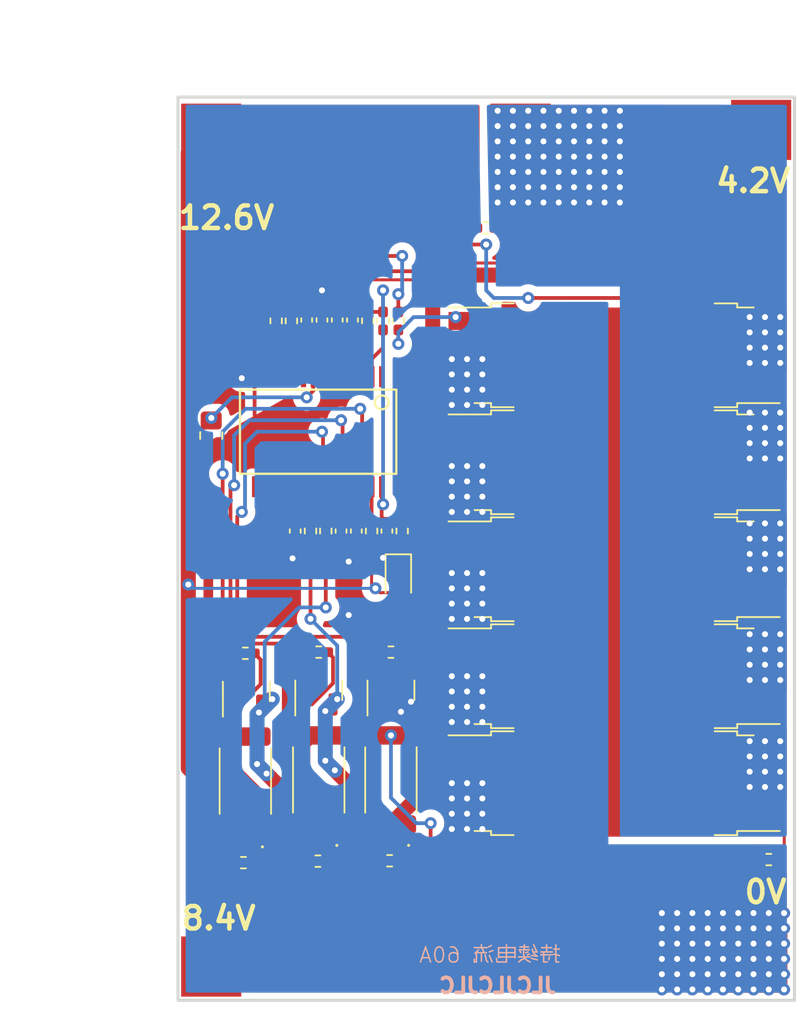
<source format=kicad_pcb>
(kicad_pcb (version 20211014) (generator pcbnew)
  (layers (0 "F.Cu" signal) (31 "B.Cu" signal) (34 "B.Paste" user) (35 "F.Paste" user) (36 "B.SilkS" user "B.Silkscreen") (37 "F.SilkS" user "F.Silkscreen") (38 "B.Mask" user) (39 "F.Mask" user) (44 "Edge.Cuts" user))
  (net 0 "")
  (net 1 "Net-(C3-Pad1)")
  (net 2 "Net-(C4-Pad1)")
  (net 3 "Net-(C5-Pad1)")
  (net 4 "Net-(Coc1-Pad2)")
  (net 5 "Net-(Coc2-Pad2)")
  (net 6 "Net-(Cov1-Pad2)")
  (net 7 "Net-(Covd1-Pad2)")
  (net 8 "Net-(Cvcc1-Pad1)")
  (net 9 "/P-")
  (net 10 "Net-(M3-Pad1)")
  (net 11 "/8.4v")
  (net 12 "Net-(M4-Pad1)")
  (net 13 "/4.2v")
  (net 14 "Net-(M5-Pad1)")
  (net 15 "/P+")
  (net 16 "Net-(R6-Pad1)")
  (net 17 "Net-(R7-Pad1)")
  (net 18 "Net-(Rb3-Pad1)")
  (net 19 "Net-(Rb4-Pad1)")
  (net 20 "Net-(Rb5-Pad1)")
  (net 21 "Net-(Rdo1-Pad1)")
  (net 22 "Net-(Rtrh1-Pad2)")
  (net 23 "Net-(D2-Pad1)")
  (net 24 "Net-(Rvm1-Pad2)")
  (net 30 "Net-(M3-Pad3)")
  (net 31 "Net-(M4-Pad3)")
  (net 32 "Net-(M5-Pad3)")
  (net 33 "/MID")
  (net 34 "/CA")
  (net 35 "/DA")
  (net 36 "/0v")
  (net 37 "Net-(Rntc1-Pad2)")
  (net 38 "Net-(D1-Pad1)")
  (net 39 "Net-(D3-Pad1)")
  (net 40 "Net-(D4-Pad1)")
  (footprint "Capacitor_SMD:C_0402_1005Metric_Pad0.74x0.62mm_HandSolder" (layer "F.Cu") (at 48.006 41.5965 -90)
    (fp_text reference "Cov1" hide)
    (fp_text value "0.1uF")
  )
  (footprint "Resistor_SMD:R_0402_1005Metric_Pad0.72x0.64mm_HandSolder" (layer "F.Cu") (at 40.75 77.675)
    (fp_text reference "R1" hide)
    (fp_text value "1k")
  )
  (footprint "" (layer "F.Cu") (at 74.93 84.328)
    (fp_text reference "")
    (fp_text value "")
  )
  (footprint "Resistor_SMD:R_0402_1005Metric_Pad0.72x0.64mm_HandSolder" (layer "F.Cu") (at 50.5615 63.6765)
    (fp_text reference "Rb3" hide)
    (fp_text value "4.7MΩ")
  )
  (footprint "" (layer "F.Cu") (at 59.182 29.21)
    (fp_text reference "")
    (fp_text value "")
  )
  (footprint "Resistor_SMD:R_2512_6332Metric" (layer "F.Cu") (at 45.7595 72.1765 -90)
    (fp_text reference "R11" hide)
    (fp_text value "47Ω")
  )
  (footprint "Package_TO_SOT_SMD:TO-252-2" (layer "F.Cu") (at 71.12 65.279 180)
    (fp_text reference "M6" hide)
    (fp_text value "MNMOS")
  )
  (footprint "Capacitor_SMD:C_0402_1005Metric_Pad0.74x0.62mm_HandSolder" (layer "F.Cu") (at 46.99 41.5965 -90)
    (fp_text reference "Covd1" hide)
    (fp_text value "0.1uF")
  )
  (footprint "LED_SMD:LED_0402_1005Metric_Pad0.77x0.64mm_HandSolder" (layer "F.Cu") (at 50.475 76.525 180)
    (fp_text reference "D4" hide)
    (fp_text value "LED")
  )
  (footprint "Resistor_SMD:R_0402_1005Metric_Pad0.72x0.64mm_HandSolder" (layer "F.Cu") (at 50.038 41.656 90)
    (fp_text reference "R6" hide)
    (fp_text value "1MΩ")
  )
  (footprint "Package_TO_SOT_SMD:TO-252-2" (layer "F.Cu") (at 59.69 43.942)
    (fp_text reference "M13" hide)
    (fp_text value "MNMOS")
  )
  (footprint "Package_TO_SOT_SMD:TO-252-2" (layer "F.Cu") (at 59.69 65.28)
    (fp_text reference "M10" hide)
    (fp_text value "MNMOS")
  )
  (footprint "Resistor_SMD:R_0805_2012Metric_Pad1.20x1.40mm_HandSolder" (layer "F.Cu") (at 38.608 49.276 90)
    (fp_text reference "Rntc1" hide)
    (fp_text value "Thermistor_NTC")
  )
  (footprint "" (layer "F.Cu") (at 75.184 28.956)
    (fp_text reference "")
    (fp_text value "")
  )
  (footprint "Package_TO_SOT_SMD:SOT-23" (layer "F.Cu") (at 50.5615 66.2165 90)
    (fp_text reference "M5" hide)
    (fp_text value "MNMOS")
  )
  (footprint "Resistor_SMD:R_0402_1005Metric_Pad0.72x0.64mm_HandSolder" (layer "F.Cu") (at 75.692 77.47 180)
    (fp_text reference "Rs1" hide)
    (fp_text value "10MΩ")
  )
  (footprint "Resistor_SMD:R_0402_1005Metric_Pad0.72x0.64mm_HandSolder" (layer "F.Cu") (at 43.942 41.656 -90)
    (fp_text reference "Rtrh1" hide)
    (fp_text value "7k")
  )
  (footprint "LED_SMD:LED_0402_1005Metric_Pad0.77x0.64mm_HandSolder" (layer "F.Cu") (at 40.75 76.625 180)
    (fp_text reference "D1" hide)
    (fp_text value "LED")
  )
  (footprint "Resistor_SMD:R_2512_6332Metric" (layer "F.Cu") (at 50.5615 72.1765 -90)
    (fp_text reference "R10" hide)
    (fp_text value "47Ω")
  )
  (footprint "Resistor_SMD:R_0402_1005Metric_Pad0.72x0.64mm_HandSolder" (layer "F.Cu") (at 49.022 41.656 90)
    (fp_text reference "R7" hide)
    (fp_text value "1MΩ")
  )
  (footprint "Capacitor_SMD:C_0402_1005Metric_Pad0.74x0.62mm_HandSolder" (layer "F.Cu") (at 50.292 55.626 -90)
    (fp_text reference "Cvcc1" hide)
    (fp_text value "10uF")
  )
  (footprint "LED_SMD:LED_0402_1005Metric_Pad0.77x0.64mm_HandSolder" (layer "F.Cu") (at 45.7 76.525 180)
    (fp_text reference "D3" hide)
    (fp_text value "LED")
  )
  (footprint "Resistor_SMD:R_0402_1005Metric_Pad0.72x0.64mm_HandSolder" (layer "F.Cu") (at 40.8785 63.754)
    (fp_text reference "Rb5" hide)
    (fp_text value "4.7MΩ")
  )
  (footprint "Resistor_SMD:R_0402_1005Metric_Pad0.72x0.64mm_HandSolder" (layer "F.Cu") (at 51.308 55.626 -90)
    (fp_text reference "Rvcc1" hide)
    (fp_text value "1k")
  )
  (footprint "Capacitor_SMD:C_0402_1005Metric_Pad0.74x0.62mm_HandSolder" (layer "F.Cu") (at 44.196 55.626 -90)
    (fp_text reference "C3" hide)
    (fp_text value "1uF")
  )
  (footprint "Package_TO_SOT_SMD:SOT-23" (layer "F.Cu") (at 45.7595 66.2165 90)
    (fp_text reference "M4" hide)
    (fp_text value "MNMOS")
  )
  (footprint "Resistor_SMD:R_2512_6332Metric" (layer "F.Cu") (at 40.8785 72.254 -90)
    (fp_text reference "R12" hide)
    (fp_text value "47Ω")
  )
  (footprint "" (layer "F.Cu") (at 52.85 29.5)
    (fp_text reference "")
    (fp_text value "")
  )
  (footprint "Capacitor_SMD:C_0402_1005Metric_Pad0.74x0.62mm_HandSolder" (layer "F.Cu") (at 45.974 41.5965 -90)
    (fp_text reference "Coc1" hide)
    (fp_text value "0.1uF")
  )
  (footprint "Package_TO_SOT_SMD:TO-252-2" (layer "F.Cu") (at 71.12 58.166 180)
    (fp_text reference "M7" hide)
    (fp_text value "MNMOS")
  )
  (footprint "Resistor_SMD:R_0402_1005Metric_Pad0.72x0.64mm_HandSolder" (layer "F.Cu") (at 45.7595 63.6765)
    (fp_text reference "Rb4" hide)
    (fp_text value "4.7MΩ")
  )
  (footprint "" (layer "F.Cu") (at 38.608 29.21)
    (fp_text reference "")
    (fp_text value "")
  )
  (footprint "Package_TO_SOT_SMD:TO-252-2" (layer "F.Cu") (at 71.12 72.39 180)
    (fp_text reference "M1" hide)
    (fp_text value "MNMOS")
  )
  (footprint "Resistor_SMD:R_0402_1005Metric_Pad0.72x0.64mm_HandSolder" (layer "F.Cu") (at 45.7 77.575)
    (fp_text reference "R2" hide)
    (fp_text value "R_Small")
  )
  (footprint "Package_TO_SOT_SMD:TO-252-2" (layer "F.Cu") (at 59.69 72.39)
    (fp_text reference "M2" hide)
    (fp_text value "MNMOS")
  )
  (footprint "Resistor_SMD:R_0402_1005Metric_Pad0.72x0.64mm_HandSolder" (layer "F.Cu") (at 45.212 55.626 -90)
    (fp_text reference "R3" hide)
    (fp_text value "1kΩ")
  )
  (footprint "Package_TO_SOT_SMD:SOT-23" (layer "F.Cu") (at 40.9445 66.294 90)
    (fp_text reference "M3" hide)
    (fp_text value "MNMOS")
  )
  (footprint "Package_TO_SOT_SMD:TO-252-2" (layer "F.Cu") (at 71.12 51.055 180)
    (fp_text reference "M8" hide)
    (fp_text value "MNMOS")
  )
  (footprint "Resistor_SMD:R_0402_1005Metric_Pad0.72x0.64mm_HandSolder" (layer "F.Cu") (at 51.054 41.656 -90)
    (fp_text reference "Rdo1" hide)
    (fp_text value "2kΩ")
  )
  (footprint "Resistor_SMD:R_0402_1005Metric_Pad0.72x0.64mm_HandSolder" (layer "F.Cu") (at 49.276 55.626 -90)
    (fp_text reference "R5" hide)
    (fp_text value "1kΩ")
  )
  (footprint "Package_TO_SOT_SMD:TO-252-2" (layer "F.Cu") (at 59.69 58.168)
    (fp_text reference "M11" hide)
    (fp_text value "MNMOS")
  )
  (footprint "Capacitor_SMD:C_0402_1005Metric_Pad0.74x0.62mm_HandSolder" (layer "F.Cu") (at 47.244 55.626 -90)
    (fp_text reference "C4" hide)
    (fp_text value "1uF")
  )
  (footprint "Capacitor_SMD:C_0402_1005Metric_Pad0.74x0.62mm_HandSolder" (layer "F.Cu") (at 44.958 41.5965 -90)
    (fp_text reference "Coc2" hide)
    (fp_text value "0.1uF")
  )
  (footprint "Resistor_SMD:R_0402_1005Metric_Pad0.72x0.64mm_HandSolder" (layer "F.Cu") (at 56.875 35.475 180)
    (fp_text reference "Rco1" hide)
    (fp_text value "10MΩ")
  )
  (footprint "lib:SSOP28" (layer "F.Cu") (at 45.72 49.022 180)
    (fp_text reference "U1" hide)
    (fp_text value "BM3451")
  )
  (footprint "Capacitor_SMD:C_0402_1005Metric_Pad0.74x0.62mm_HandSolder" (layer "F.Cu") (at 48.26 55.626 -90)
    (fp_text reference "C5" hide)
    (fp_text value "1uF")
  )
  (footprint "Resistor_SMD:R_0402_1005Metric_Pad0.72x0.64mm_HandSolder" (layer "F.Cu") (at 50.475 77.55)
    (fp_text reference "R8" hide)
    (fp_text value "R_Small")
  )
  (footprint "Resistor_SMD:R_0402_1005Metric_Pad0.72x0.64mm_HandSolder" (layer "F.Cu") (at 42.926 41.656 -90)
    (fp_text reference "Rvm1" hide)
    (fp_text value "220K")
  )
  (footprint "Package_TO_SOT_SMD:TO-252-2" (layer "F.Cu") (at 71.12 43.942 180)
    (fp_text reference "M9" hide)
    (fp_text value "MNMOS")
  )
  (footprint "Package_TO_SOT_SMD:TO-252-2" (layer "F.Cu") (at 59.69 51.054)
    (fp_text reference "M12" hide)
    (fp_text value "MNMOS")
  )
  (footprint "Diode_SMD:D_SOD-323" (layer "F.Cu") (at 51.054 58.674 -90)
    (fp_text reference "D2" hide)
    (fp_text value "D")
  )
  (footprint "" (layer "F.Cu") (at 38.608 84.582)
    (fp_text reference "")
    (fp_text value "")
  )
  (footprint "Resistor_SMD:R_0402_1005Metric_Pad0.72x0.64mm_HandSolder" (layer "F.Cu") (at 46.228 55.626 -90)
    (fp_text reference "R4" hide)
    (fp_text value "1kΩ")
  )
  (gr_line (start 77.4 86.825) (end 36.4 86.825) (layer "Edge.Cuts") (width 0.2))
  (gr_line locked (start 77.4 86.825) (end 77.4 26.775) (layer "Edge.Cuts") (width 0.2))
  (gr_line locked (start 36.4 26.775) (end 77.4 26.775) (layer "Edge.Cuts") (width 0.2))
  (gr_line locked (start 36.4 26.775) (end 36.4 86.825) (layer "Edge.Cuts") (width 0.2))
  (gr_text "JLCJLCJLC" (at 57.658 85.852) (layer "B.SilkS") (effects (font (size 1 1) (thickness 0.25)) (justify mirror)))
  (gr_text "持续电流 60A" (at 57.15 83.82) (layer "B.SilkS") (effects (font (size 1 1) (thickness 0.1)) (justify mirror)))
  (gr_text "0V" (at 75.475 79.625) (layer "F.SilkS") (effects (font (size 1.5 1.5) (thickness 0.3))))
  (gr_text "12.6V" (at 39.624 34.798) (layer "F.SilkS") (effects (font (size 1.5 1.5) (thickness 0.3))))
  (gr_text "4.2V" (at 74.65 32.35) (layer "F.SilkS") (effects (font (size 1.5 1.5) (thickness 0.3))))
  (gr_text "8.4V" (at 39.1 81.375) (layer "F.SilkS") (effects (font (size 1.5 1.5) (thickness 0.3))))
  (segment (start 44.196 55.0585) (end 45.182 55.0585) (width 0.25) (layer "F.Cu") (net 1))
  (segment (start 44.714 54.346) (end 44.196 54.864) (width 0.25) (layer "F.Cu") (net 1))
  (segment (start 44.196 54.864) (end 44.196 55.0585) (width 0.25) (layer "F.Cu") (net 1))
  (segment (start 46.695 52.678) (end 46.695 53.6265) (width 0.25) (layer "F.Cu") (net 1))
  (segment (start 45.182 55.0585) (end 45.212 55.0285) (width 0.25) (layer "F.Cu") (net 1))
  (segment (start 46.695 53.6265) (end 45.9755 54.346) (width 0.25) (layer "F.Cu") (net 1))
  (segment (start 45.9755 54.346) (end 44.714 54.346) (width 0.25) (layer "F.Cu") (net 1))
  (segment (start 47.995 52.678) (end 47.995 54.277177) (width 0.25) (layer "F.Cu") (net 2))
  (segment (start 47.244 55.028177) (end 47.244 55.0585) (width 0.25) (layer "F.Cu") (net 2))
  (segment (start 46.228 55.0285) (end 47.214 55.0285) (width 0.25) (layer "F.Cu") (net 2))
  (segment (start 47.995 54.277177) (end 47.244 55.028177) (width 0.25) (layer "F.Cu") (net 2))
  (segment (start 47.214 55.0285) (end 47.244 55.0585) (width 0.25) (layer "F.Cu") (net 2))
  (segment (start 49.276 52.697) (end 49.295 52.678) (width 0.25) (layer "F.Cu") (net 3))
  (segment (start 48.26 55.0585) (end 49.246 55.0585) (width 0.25) (layer "F.Cu") (net 3))
  (segment (start 49.246 55.0585) (end 49.276 55.0285) (width 0.25) (layer "F.Cu") (net 3))
  (segment (start 49.276 55.0285) (end 49.276 52.697) (width 0.25) (layer "F.Cu") (net 3))
  (segment (start 45.974 43.18) (end 45.974 42.164) (width 0.25) (layer "F.Cu") (net 4))
  (segment (start 46.695 43.901) (end 45.974 43.18) (width 0.25) (layer "F.Cu") (net 4))
  (segment (start 46.695 45.366) (end 46.695 43.901) (width 0.25) (layer "F.Cu") (net 4))
  (segment (start 46.045 45.366) (end 46.045 44.267) (width 0.25) (layer "F.Cu") (net 5))
  (segment (start 46.045 44.267) (end 44.958 43.18) (width 0.25) (layer "F.Cu") (net 5))
  (segment (start 44.958 43.18) (end 44.958 42.164) (width 0.25) (layer "F.Cu") (net 5))
  (segment (start 47.995 42.175) (end 48.006 42.164) (width 0.25) (layer "F.Cu") (net 6))
  (segment (start 47.995 45.366) (end 47.995 42.175) (width 0.25) (layer "F.Cu") (net 6))
  (segment (start 47.345 43.789) (end 46.99 43.434) (width 0.25) (layer "F.Cu") (net 7))
  (segment (start 47.345 45.366) (end 47.345 43.789) (width 0.25) (layer "F.Cu") (net 7))
  (segment (start 46.99 43.434) (end 46.99 42.164) (width 0.25) (layer "F.Cu") (net 7))
  (segment (start 51.308 55.0285) (end 50.322 55.0285) (width 0.25) (layer "F.Cu") (net 8))
  (segment (start 49.945 54.7115) (end 49.945 52.678) (width 0.25) (layer "F.Cu") (net 8))
  (segment (start 50.038 41.0585) (end 50.038 39.624) (width 0.25) (layer "F.Cu") (net 8))
  (segment (start 50.038 41.0585) (end 49.022 41.0585) (width 0.25) (layer "F.Cu") (net 8))
  (segment (start 50.292 55.0585) (end 49.945 54.7115) (width 0.25) (layer "F.Cu") (net 8))
  (segment (start 50.322 55.0285) (end 50.292 55.0585) (width 0.25) (layer "F.Cu") (net 8))
  (via (at 50.038 39.624) (size 0.8) (drill 0.4) (layers "F.Cu" "B.Cu") (net 8))
  (via (at 50.038 53.848) (size 0.8) (drill 0.4) (layers "F.Cu" "B.Cu") (net 8))
  (segment (start 50.038 39.624) (end 50.038 53.848) (width 0.25) (layer "B.Cu") (net 8))
  (segment (start 57.95 37.808) (end 58.674 37.084) (width 0.2) (layer "F.Cu") (net 9))
  (segment (start 76.72 71.51) (end 76.72 77.0395) (width 0.2) (layer "F.Cu") (net 9))
  (segment (start 42.926 41.0585) (end 45.0605 38.924) (width 0.2) (layer "F.Cu") (net 9))
  (segment (start 76.72 77.0395) (end 76.2895 77.47) (width 0.2) (layer "F.Cu") (net 9))
  (segment (start 53.16263 38.924) (end 54.27863 37.808) (width 0.2) (layer "F.Cu") (net 9))
  (segment (start 75.32 70.11) (end 76.72 71.51) (width 0.2) (layer "F.Cu") (net 9))
  (segment (start 54.27863 37.808) (end 57.95 37.808) (width 0.2) (layer "F.Cu") (net 9))
  (segment (start 58.674 37.084) (end 58.674 33.782) (width 0.2) (layer "F.Cu") (net 9))
  (segment (start 45.0605 38.924) (end 53.16263 38.924) (width 0.2) (layer "F.Cu") (net 9))
  (via (at 74.422 65.532) (size 0.8) (drill 0.4) (layers "F.Cu" "B.Cu") (net 9))
  (via (at 64.77 29.718) (size 0.8) (drill 0.4) (layers "F.Cu" "B.Cu") (net 9))
  (via (at 62.738 33.782) (size 0.8) (drill 0.4) (layers "F.Cu" "B.Cu") (net 9))
  (via (at 74.422 69.596) (size 0.8) (drill 0.4) (layers "F.Cu" "B.Cu") (net 9))
  (via (at 62.738 30.734) (size 0.8) (drill 0.4) (layers "F.Cu" "B.Cu") (net 9))
  (via (at 75.438 63.5) (size 0.8) (drill 0.4) (layers "F.Cu" "B.Cu") (net 9))
  (via (at 75.438 64.516) (size 0.8) (drill 0.4) (layers "F.Cu" "B.Cu") (net 9))
  (via (at 76.454 72.644) (size 0.8) (drill 0.4) (layers "F.Cu" "B.Cu") (net 9))
  (via (at 74.422 71.628) (size 0.8) (drill 0.4) (layers "F.Cu" "B.Cu") (net 9))
  (via (at 74.422 64.516) (size 0.8) (drill 0.4) (layers "F.Cu" "B.Cu") (net 9))
  (via (at 60.706 33.782) (size 0.8) (drill 0.4) (layers "F.Cu" "B.Cu") (net 9))
  (via (at 74.422 57.15) (size 0.8) (drill 0.4) (layers "F.Cu" "B.Cu") (net 9))
  (via (at 65.786 29.718) (size 0.8) (drill 0.4) (layers "F.Cu" "B.Cu") (net 9))
  (via (at 76.454 41.402) (size 0.8) (drill 0.4) (layers "F.Cu" "B.Cu") (net 9))
  (via (at 63.754 31.75) (size 0.8) (drill 0.4) (layers "F.Cu" "B.Cu") (net 9))
  (via (at 74.422 58.166) (size 0.8) (drill 0.4) (layers "F.Cu" "B.Cu") (net 9))
  (via (at 65.786 32.766) (size 0.8) (drill 0.4) (layers "F.Cu" "B.Cu") (net 9))
  (via (at 61.722 31.75) (size 0.8) (drill 0.4) (layers "F.Cu" "B.Cu") (net 9))
  (via (at 58.674 33.782) (size 0.8) (drill 0.4) (layers "F.Cu" "B.Cu") (net 9))
  (via (at 75.438 69.596) (size 0.8) (drill 0.4) (layers "F.Cu" "B.Cu") (net 9))
  (via (at 74.422 70.612) (size 0.8) (drill 0.4) (layers "F.Cu" "B.Cu") (net 9))
  (via (at 60.706 28.702) (size 0.8) (drill 0.4) (layers "F.Cu" "B.Cu") (net 9))
  (via (at 65.786 27.686) (size 0.8) (drill 0.4) (layers "F.Cu" "B.Cu") (net 9))
  (via (at 76.454 48.768) (size 0.8) (drill 0.4) (layers "F.Cu" "B.Cu") (net 9))
  (via (at 76.454 58.166) (size 0.8) (drill 0.4) (layers "F.Cu" "B.Cu") (net 9))
  (via (at 65.786 28.702) (size 0.8) (drill 0.4) (layers "F.Cu" "B.Cu") (net 9))
  (via (at 62.738 29.718) (size 0.8) (drill 0.4) (layers "F.Cu" "B.Cu") (net 9))
  (via (at 59.69 31.75) (size 0.8) (drill 0.4) (layers "F.Cu" "B.Cu") (net 9))
  (via (at 74.422 47.752) (size 0.8) (drill 0.4) (layers "F.Cu" "B.Cu") (net 9))
  (via (at 65.786 31.75) (size 0.8) (drill 0.4) (layers "F.Cu" "B.Cu") (net 9))
  (via (at 62.738 31.75) (size 0.8) (drill 0.4) (layers "F.Cu" "B.Cu") (net 9))
  (via (at 58.674 32.766) (size 0.8) (drill 0.4) (layers "F.Cu" "B.Cu") (net 9))
  (via (at 75.438 70.612) (size 0.8) (drill 0.4) (layers "F.Cu" "B.Cu") (net 9))
  (via (at 63.754 28.702) (size 0.8) (drill 0.4) (layers "F.Cu" "B.Cu") (net 9))
  (via (at 59.69 28.702) (size 0.8) (drill 0.4) (layers "F.Cu" "B.Cu") (net 9))
  (via (at 74.422 50.8) (size 0.8) (drill 0.4) (layers "F.Cu" "B.Cu") (net 9))
  (via (at 75.438 42.418) (size 0.8) (drill 0.4) (layers "F.Cu" "B.Cu") (net 9))
  (via (at 63.754 32.766) (size 0.8) (drill 0.4) (layers "F.Cu" "B.Cu") (net 9))
  (via (at 76.454 47.752) (size 0.8) (drill 0.4) (layers "F.Cu" "B.Cu") (net 9))
  (via (at 75.438 48.768) (size 0.8) (drill 0.4) (layers "F.Cu" "B.Cu") (net 9))
  (via (at 75.438 62.484) (size 0.8) (drill 0.4) (layers "F.Cu" "B.Cu") (net 9))
  (via (at 62.738 32.766) (size 0.8) (drill 0.4) (layers "F.Cu" "B.Cu") (net 9))
  (via (at 75.438 49.784) (size 0.8) (drill 0.4) (layers "F.Cu" "B.Cu") (net 9))
  (via (at 58.674 27.686) (size 0.8) (drill 0.4) (layers "F.Cu" "B.Cu") (net 9))
  (via (at 74.422 63.5) (size 0.8) (drill 0.4) (layers "F.Cu" "B.Cu") (net 9))
  (via (at 76.454 55.118) (size 0.8) (drill 0.4) (layers "F.Cu" "B.Cu") (net 9))
  (via (at 58.674 29.718) (size 0.8) (drill 0.4) (layers "F.Cu" "B.Cu") (net 9))
  (via (at 64.77 32.766) (size 0.8) (drill 0.4) (layers "F.Cu" "B.Cu") (net 9))
  (via (at 74.422 49.784) (size 0.8) (drill 0.4) (layers "F.Cu" "B.Cu") (net 9))
  (via (at 58.674 31.75) (size 0.8) (drill 0.4) (layers "F.Cu" "B.Cu") (net 9))
  (via (at 75.438 47.752) (size 0.8) (drill 0.4) (layers "F.Cu" "B.Cu") (net 9))
  (via (at 60.706 31.75) (size 0.8) (drill 0.4) (layers "F.Cu" "B.Cu") (net 9))
  (via (at 59.69 29.718) (size 0.8) (drill 0.4) (layers "F.Cu" "B.Cu") (net 9))
  (via (at 64.77 28.702) (size 0.8) (drill 0.4) (layers "F.Cu" "B.Cu") (net 9))
  (via (at 63.754 29.718) (size 0.8) (drill 0.4) (layers "F.Cu" "B.Cu") (net 9))
  (via (at 60.706 30.734) (size 0.8) (drill 0.4) (layers "F.Cu" "B.Cu") (net 9))
  (via (at 57.658 31.75) (size 0.8) (drill 0.4) (layers "F.Cu" "B.Cu") (net 9))
  (via (at 57.658 29.718) (size 0.8) (drill 0.4) (layers "F.Cu" "B.Cu") (net 9))
  (via (at 57.658 33.782) (size 0.8) (drill 0.4) (layers "F.Cu" "B.Cu") (net 9))
  (via (at 75.438 65.532) (size 0.8) (drill 0.4) (layers "F.Cu" "B.Cu") (net 9))
  (via (at 76.454 69.596) (size 0.8) (drill 0.4) (layers "F.Cu" "B.Cu") (net 9))
  (via (at 59.69 27.686) (size 0.8) (drill 0.4) (layers "F.Cu" "B.Cu") (net 9))
  (via (at 76.454 65.532) (size 0.8) (drill 0.4) (layers "F.Cu" "B.Cu") (net 9))
  (via (at 75.438 56.134) (size 0.8) (drill 0.4) (layers "F.Cu" "B.Cu") (net 9))
  (via (at 59.69 33.782) (size 0.8) (drill 0.4) (layers "F.Cu" "B.Cu") (net 9))
  (via (at 61.722 33.782) (size 0.8) (drill 0.4) (layers "F.Cu" "B.Cu") (net 9))
  (via (at 76.454 42.418) (size 0.8) (drill 0.4) (layers "F.Cu" "B.Cu") (net 9))
  (via (at 75.438 43.434) (size 0.8) (drill 0.4) (layers "F.Cu" "B.Cu") (net 9))
  (via (at 74.422 56.134) (size 0.8) (drill 0.4) (layers "F.Cu" "B.Cu") (net 9))
  (via (at 61.722 27.686) (size 0.8) (drill 0.4) (layers "F.Cu" "B.Cu") (net 9))
  (via (at 74.422 62.484) (size 0.8) (drill 0.4) (layers "F.Cu" "B.Cu") (net 9))
  (via (at 58.674 28.702) (size 0.8) (drill 0.4) (layers "F.Cu" "B.Cu") (net 9))
  (via (at 61.722 30.734) (size 0.8) (drill 0.4) (layers "F.Cu" "B.Cu") (net 9))
  (via (at 76.454 63.5) (size 0.8) (drill 0.4) (layers "F.Cu" "B.Cu") (net 9))
  (via (at 74.422 44.45) (size 0.8) (drill 0.4) (layers "F.Cu" "B.Cu") (net 9))
  (via (at 76.454 62.484) (size 0.8) (drill 0.4) (layers "F.Cu" "B.Cu") (net 9))
  (via (at 75.438 55.118) (size 0.8) (drill 0.4) (layers "F.Cu" "B.Cu") (net 9))
  (via (at 57.658 30.734) (size 0.8) (drill 0.4) (layers "F.Cu" "B.Cu") (net 9))
  (via (at 58.674 30.734) (size 0.8) (drill 0.4) (layers "F.Cu" "B.Cu") (net 9))
  (via (at 60.706 27.686) (size 0.8) (drill 0.4) (layers "F.Cu" "B.Cu") (net 9))
  (via (at 76.454 50.8) (size 0.8) (drill 0.4) (layers "F.Cu" "B.Cu") (net 9))
  (via (at 74.422 72.644) (size 0.8) (drill 0.4) (layers "F.Cu" "B.Cu") (net 9))
  (via (at 61.722 32.766) (size 0.8) (drill 0.4) (layers "F.Cu" "B.Cu") (net 9))
  (via (at 64.77 31.75) (size 0.8) (drill 0.4) (layers "F.Cu" "B.Cu") (net 9))
  (via (at 75.438 50.8) (size 0.8) (drill 0.4) (layers "F.Cu" "B.Cu") (net 9))
  (via (at 64.77 27.686) (size 0.8) (drill 0.4) (layers "F.Cu" "B.Cu") (net 9))
  (via (at 75.438 44.45) (size 0.8) (drill 0.4) (layers "F.Cu" "B.Cu") (net 9))
  (via (at 63.754 30.734) (size 0.8) (drill 0.4) (layers "F.Cu" "B.Cu") (net 9))
  (via (at 59.69 32.766) (size 0.8) (drill 0.4) (layers "F.Cu" "B.Cu") (net 9))
  (via (at 74.422 48.768) (size 0.8) (drill 0.4) (layers "F.Cu" "B.Cu") (net 9))
  (via (at 59.69 30.734) (size 0.8) (drill 0.4) (layers "F.Cu" "B.Cu") (net 9))
  (via (at 75.438 71.628) (size 0.8) (drill 0.4) (layers "F.Cu" "B.Cu") (net 9))
  (via (at 76.454 43.434) (size 0.8) (drill 0.4) (layers "F.Cu" "B.Cu") (net 9))
  (via (at 57.658 28.702) (size 0.8) (drill 0.4) (layers "F.Cu" "B.Cu") (net 9))
  (via (at 75.438 58.166) (size 0.8) (drill 0.4) (layers "F.Cu" "B.Cu") (net 9))
  (via (at 74.422 41.402) (size 0.8) (drill 0.4) (layers "F.Cu" "B.Cu") (net 9))
  (via (at 65.786 33.782) (size 0.8) (drill 0.4) (layers "F.Cu" "B.Cu") (net 9))
  (via (at 74.422 42.418) (size 0.8) (drill 0.4) (layers "F.Cu" "B.Cu") (net 9))
  (via (at 63.754 33.782) (size 0.8) (drill 0.4) (layers "F.Cu" "B.Cu") (net 9))
  (via (at 76.454 64.516) (size 0.8) (drill 0.4) (layers "F.Cu" "B.Cu") (net 9))
  (via (at 61.722 28.702) (size 0.8) (drill 0.4) (layers "F.Cu" "B.Cu") (net 9))
  (via (at 74.422 55.118) (size 0.8) (drill 0.4) (layers "F.Cu" "B.Cu") (net 9))
  (via (at 76.454 44.45) (size 0.8) (drill 0.4) (layers "F.Cu" "B.Cu") (net 9))
  (via (at 64.77 30.734) (size 0.8) (drill 0.4) (layers "F.Cu" "B.Cu") (net 9))
  (via (at 65.786 30.734) (size 0.8) (drill 0.4) (layers "F.Cu" "B.Cu") (net 9))
  (via (at 62.738 27.686) (size 0.8) (drill 0.4) (layers "F.Cu" "B.Cu") (net 9))
  (via (at 60.706 29.718) (size 0.8) (drill 0.4) (layers "F.Cu" "B.Cu") (net 9))
  (via (at 75.438 57.15) (size 0.8) (drill 0.4) (layers "F.Cu" "B.Cu") (net 9))
  (via (at 64.77 33.782) (size 0.8) (drill 0.4) (layers "F.Cu" "B.Cu") (net 9))
  (via (at 57.658 32.766) (size 0.8) (drill 0.4) (layers "F.Cu" "B.Cu") (net 9))
  (via (at 61.722 29.718) (size 0.8) (drill 0.4) (layers "F.Cu" "B.Cu") (net 9))
  (via (at 74.422 43.434) (size 0.8) (drill 0.4) (layers "F.Cu" "B.Cu") (net 9))
  (via (at 76.454 70.612) (size 0.8) (drill 0.4) (layers "F.Cu" "B.Cu") (net 9))
  (via (at 76.454 71.628) (size 0.8) (drill 0.4) (layers "F.Cu" "B.Cu") (net 9))
  (via (at 62.738 28.702) (size 0.8) (drill 0.4) (layers "F.Cu" "B.Cu") (net 9))
  (via (at 63.754 27.686) (size 0.8) (drill 0.4) (layers "F.Cu" "B.Cu") (net 9))
  (via (at 57.658 27.686) (size 0.8) (drill 0.4) (layers "F.Cu" "B.Cu") (net 9))
  (via (at 76.454 56.134) (size 0.8) (drill 0.4) (layers "F.Cu" "B.Cu") (net 9))
  (via (at 76.454 57.15) (size 0.8) (drill 0.4) (layers "F.Cu" "B.Cu") (net 9))
  (via (at 76.454 49.784) (size 0.8) (drill 0.4) (layers "F.Cu" "B.Cu") (net 9))
  (via (at 75.438 72.644) (size 0.8) (drill 0.4) (layers "F.Cu" "B.Cu") (net 9))
  (via (at 60.706 32.766) (size 0.8) (drill 0.4) (layers "F.Cu" "B.Cu") (net 9))
  (via (at 75.438 41.402) (size 0.8) (drill 0.4) (layers "F.Cu" "B.Cu") (net 9))
  (segment (start 41.476 63.754) (end 41.8945 64.1725) (width 0.25) (layer "F.Cu") (net 10))
  (segment (start 41.8945 65.815751) (end 40.478751 67.2315) (width 0.25) (layer "F.Cu") (net 10))
  (segment (start 41.8945 64.1725) (end 41.8945 65.815751) (width 0.25) (layer "F.Cu") (net 10))
  (segment (start 40.478751 67.2315) (end 39.9945 67.2315) (width 0.25) (layer "F.Cu") (net 10))
  (segment (start 44.66175 76.23675) (end 44.58825 76.23675) (width 1) (layer "F.Cu") (net 11))
  (segment (start 38.608 82.733726) (end 38.608 84.582) (width 1) (layer "F.Cu") (net 11))
  (segment (start 45.1025 76.525) (end 44.95 76.525) (width 0.25) (layer "F.Cu") (net 11))
  (segment (start 41.783 67.691) (end 42.6095 66.8645) (width 1) (layer "F.Cu") (net 11))
  (segment (start 43.95 76.875) (end 43.95 77.391726) (width 1) (layer "F.Cu") (net 11))
  (segment (start 46.228 58.928) (end 46.228 60.706) (width 0.25) (layer "F.Cu") (net 11))
  (segment (start 45.7595 75.139) (end 45.675 75.139) (width 1) (layer "F.Cu") (net 11))
  (segment (start 43.95 77.391726) (end 38.608 82.733726) (width 1) (layer "F.Cu") (net 11))
  (segment (start 42.926 72.39) (end 42.291 71.755) (width 1) (layer "F.Cu") (net 11))
  (segment (start 42.6095 66.8645) (end 42.6095 66.802) (width 1) (layer "F.Cu") (net 11))
  (segment (start 44.66175 76.23675) (end 45.7595 75.139) (width 1) (layer "F.Cu") (net 11))
  (segment (start 44.95 76.525) (end 44.66175 76.23675) (width 0.25) (layer "F.Cu") (net 11))
  (segment (start 45.675 75.139) (end 42.926 72.39) (width 1) (layer "F.Cu") (net 11))
  (segment (start 44.58825 76.23675) (end 43.95 76.875) (width 1) (layer "F.Cu") (net 11))
  (segment (start 46.228 56.2235) (end 46.228 58.928) (width 0.25) (layer "F.Cu") (net 11))
  (via (at 42.291 71.755) (size 0.8) (drill 0.4) (layers "F.Cu" "B.Cu") (net 11))
  (via (at 42.672 66.802) (size 0.8) (drill 0.4) (layers "F.Cu" "B.Cu") (net 11))
  (via (at 41.783 67.691) (size 0.8) (drill 0.4) (layers "F.Cu" "B.Cu") (net 11))
  (via (at 41.656 71.12) (size 0.8) (drill 0.4) (layers "F.Cu" "B.Cu") (net 11))
  (via (at 46.228 60.706) (size 0.8) (drill 0.4) (layers "F.Cu" "B.Cu") (net 11))
  (segment (start 41.783 67.691) (end 42.672 66.802) (width 1) (layer "B.Cu") (net 11))
  (segment (start 41.656 67.818) (end 41.783 67.691) (width 1) (layer "B.Cu") (net 11))
  (segment (start 42.164 62.992) (end 42.164 67.31) (width 0.25) (layer "B.Cu") (net 11))
  (segment (start 46.228 60.706) (end 44.45 60.706) (width 0.25) (layer "B.Cu") (net 11))
  (segment (start 41.656 71.12) (end 41.656 67.818) (width 1) (layer "B.Cu") (net 11))
  (segment (start 41.656 71.12) (end 42.291 71.755) (width 1) (layer "B.Cu") (net 11))
  (segment (start 44.45 60.706) (end 42.164 62.992) (width 0.25) (layer "B.Cu") (net 11))
  (segment (start 46.7095 64.029) (end 46.357 63.6765) (width 0.25) (layer "F.Cu") (net 12))
  (segment (start 44.8095 67.154) (end 45.300249 67.154) (width 0.25) (layer "F.Cu") (net 12))
  (segment (start 46.7095 65.744749) (end 46.7095 64.029) (width 0.25) (layer "F.Cu") (net 12))
  (segment (start 45.300249 67.154) (end 46.7095 65.744749) (width 0.25) (layer "F.Cu") (net 12))
  (segment (start 47.46575 72.16825) (end 46.83075 71.53325) (width 1) (layer "F.Cu") (net 13))
  (segment (start 70.612 38.608) (end 75.184 34.036) (width 1) (layer "F.Cu") (net 13))
  (segment (start 54.864 38.608) (end 70.612 38.608) (width 1) (layer "F.Cu") (net 13))
  (segment (start 50.5615 75.841) (end 49.8775 76.525) (width 0.25) (layer "F.Cu") (net 13))
  (segment (start 50.5615 75.139) (end 50.5615 75.841) (width 0.25) (layer "F.Cu") (net 13))
  (segment (start 53.34 72.328) (end 53.34 41.148) (width 1) (layer "F.Cu") (net 13))
  (segment (start 53.34 41.148) (end 53.34 40.132) (width 1) (layer "F.Cu") (net 13))
  (segment (start 75.184 34.036) (end 75.184 28.956) (width 1) (layer "F.Cu") (net 13))
  (segment (start 50.21475 74.91725) (end 47.46575 72.16825) (width 1) (layer "F.Cu") (net 13))
  (segment (start 45.212 59.69) (end 45.212 61.468) (width 0.25) (layer "F.Cu") (net 13))
  (segment (start 50.5615 75.1065) (end 53.34 72.328) (width 1) (layer "F.Cu") (net 13))
  (segment (start 53.34 40.132) (end 54.864 38.608) (width 1) (layer "F.Cu") (net 13))
  (segment (start 50.5615 75.139) (end 50.5615 75.1065) (width 1) (layer "F.Cu") (net 13))
  (segment (start 45.212 56.2235) (end 45.212 59.69) (width 0.25) (layer "F.Cu") (net 13))
  (segment (start 46.32275 67.46925) (end 46.99 66.802) (width 1) (layer "F.Cu") (net 13))
  (via (at 45.212 61.468) (size 0.8) (drill 0.4) (layers "F.Cu" "B.Cu") (net 13))
  (via (at 46.83075 71.53325) (size 0.8) (drill 0.4) (layers "F.Cu" "B.Cu") (net 13))
  (via (at 46.19575 70.89825) (size 0.8) (drill 0.4) (layers "F.Cu" "B.Cu") (net 13))
  (via (at 46.99 66.802) (size 0.8) (drill 0.4) (layers "F.Cu" "B.Cu") (net 13))
  (via (at 46.19575 67.59625) (size 0.8) (drill 0.4) (layers "F.Cu" "B.Cu") (net 13))
  (segment (start 46.19575 70.89825) (end 46.83075 71.53325) (width 1) (layer "B.Cu") (net 13))
  (segment (start 45.212 61.468) (end 46.99 63.246) (width 0.25) (layer "B.Cu") (net 13))
  (segment (start 46.19575 70.89825) (end 46.19575 67.59625) (width 1) (layer "B.Cu") (net 13))
  (segment (start 46.99 63.246) (end 46.99 66.802) (width 0.25) (layer "B.Cu") (net 13))
  (segment (start 46.19575 67.59625) (end 46.99 66.802) (width 1) (layer "B.Cu") (net 13))
  (segment (start 51.562 65.694249) (end 51.562 64.008) (width 0.25) (layer "F.Cu") (net 14))
  (segment (start 49.6115 67.154) (end 50.102249 67.154) (width 0.25) (layer "F.Cu") (net 14))
  (segment (start 51.159 63.6765) (end 51.2305 63.6765) (width 0.25) (layer "F.Cu") (net 14))
  (segment (start 51.2305 63.6765) (end 51.562 64.008) (width 0.25) (layer "F.Cu") (net 14))
  (segment (start 50.102249 67.154) (end 51.562 65.694249) (width 0.25) (layer "F.Cu") (net 14))
  (segment (start 49.53 59.436) (end 49.818 59.724) (width 0.2) (layer "F.Cu") (net 15))
  (segment (start 49.276 56.2235) (end 49.276 59.182) (width 0.2) (layer "F.Cu") (net 15))
  (segment (start 40.1525 76.625) (end 40.1525 75.9425) (width 0.2) (layer "F.Cu") (net 15))
  (segment (start 49.818 59.724) (end 51.054 59.724) (width 0.2) (layer "F.Cu") (net 15))
  (segment (start 37.084 59.182) (end 37.084 71.3895) (width 1) (layer "F.Cu") (net 15))
  (segment (start 49.276 59.182) (end 49.53 59.436) (width 0.2) (layer "F.Cu") (net 15))
  (segment (start 37.084 71.3895) (end 40.8785 75.184) (width 1) (layer "F.Cu") (net 15))
  (segment (start 37.084 30.48) (end 37.084 59.182) (width 1) (layer "F.Cu") (net 15))
  (segment (start 38.608 28.956) (end 37.084 30.48) (width 1) (layer "F.Cu") (net 15))
  (segment (start 40.1525 75.9425) (end 40.8785 75.2165) (width 0.2) (layer "F.Cu") (net 15))
  (via (at 37.084 59.182) (size 0.8) (drill 0.4) (layers "F.Cu" "B.Cu") (net 15))
  (via (at 49.53 59.436) (size 0.8) (drill 0.4) (layers "F.Cu" "B.Cu") (net 15))
  (segment (start 49.53 59.436) (end 37.338 59.436) (width 0.2) (layer "B.Cu") (net 15))
  (segment (start 37.338 59.436) (end 37.084 59.182) (width 0.2) (layer "B.Cu") (net 15))
  (segment (start 49.295 44.177) (end 50.038 43.434) (width 0.25) (layer "F.Cu") (net 16))
  (segment (start 50.038 43.434) (end 50.038 42.2535) (width 0.25) (layer "F.Cu") (net 16))
  (segment (start 49.295 45.366) (end 49.295 44.177) (width 0.25) (layer "F.Cu") (net 16))
  (segment (start 48.645 45.366) (end 48.645 43.557) (width 0.25) (layer "F.Cu") (net 17))
  (segment (start 49.022 43.18) (end 49.022 42.2535) (width 0.25) (layer "F.Cu") (net 17))
  (segment (start 48.645 43.557) (end 49.022 43.18) (width 0.25) (layer "F.Cu") (net 17))
  (segment (start 46.045 52.678) (end 46.045 49.093) (width 0.25) (layer "F.Cu") (net 18))
  (segment (start 40.561 62.659) (end 40.339698 62.437698) (width 0.25) (layer "F.Cu") (net 18))
  (segment (start 40.339698 62.437698) (end 40.339698 61.976) (width 0.25) (layer "F.Cu") (net 18))
  (segment (start 40.894 62.659) (end 40.561 62.659) (width 0.25) (layer "F.Cu") (net 18))
  (segment (start 46.045 49.093) (end 45.974 49.022) (width 0.25) (layer "F.Cu") (net 18))
  (segment (start 40.339698 54.656302) (end 40.64 54.356) (width 0.25) (layer "F.Cu") (net 18))
  (segment (start 48.9465 62.659) (end 40.894 62.659) (width 0.25) (layer "F.Cu") (net 18))
  (segment (start 40.339698 61.976) (end 40.339698 54.656302) (width 0.25) (layer "F.Cu") (net 18))
  (segment (start 49.964 63.6765) (end 48.9465 62.659) (width 0.25) (layer "F.Cu") (net 18))
  (via (at 45.974 49.022) (size 0.8) (drill 0.4) (layers "F.Cu" "B.Cu") (net 18))
  (via (at 40.64 54.356) (size 0.8) (drill 0.4) (layers "F.Cu" "B.Cu") (net 18))
  (segment (start 40.857 54.139) (end 40.64 54.356) (width 0.25) (layer "B.Cu") (net 18))
  (segment (start 40.857 49.821) (end 40.857 54.139) (width 0.25) (layer "B.Cu") (net 18))
  (segment (start 45.974 49.022) (end 41.656 49.022) (width 0.25) (layer "B.Cu") (net 18))
  (segment (start 41.656 49.022) (end 40.857 49.821) (width 0.25) (layer "B.Cu") (net 18))
  (segment (start 44.5945 63.109) (end 40.272396 63.109) (width 0.25) (layer "F.Cu") (net 19))
  (segment (start 40.272396 63.109) (end 39.889698 62.726302) (width 0.25) (layer "F.Cu") (net 19))
  (segment (start 39.889698 62.726302) (end 39.889698 52.820302) (width 0.25) (layer "F.Cu") (net 19))
  (segment (start 45.162 63.6765) (end 44.5945 63.109) (width 0.25) (layer "F.Cu") (net 19))
  (segment (start 39.889698 52.820302) (end 40.132 52.578) (width 0.25) (layer "F.Cu") (net 19))
  (segment (start 47.345 52.678) (end 47.345 48.361) (width 0.25) (layer "F.Cu") (net 19))
  (segment (start 47.345 48.361) (end 47.244 48.26) (width 0.25) (layer "F.Cu") (net 19))
  (via (at 47.244 48.26) (size 0.8) (drill 0.4) (layers "F.Cu" "B.Cu") (net 19))
  (via (at 40.132 52.578) (size 0.8) (drill 0.4) (layers "F.Cu" "B.Cu") (net 19))
  (segment (start 40.132 52.578) (end 40.132 49.276) (width 0.25) (layer "B.Cu") (net 19))
  (segment (start 41.148 48.26) (end 47.244 48.26) (width 0.25) (layer "B.Cu") (net 19))
  (segment (start 40.132 49.276) (end 41.148 48.26) (width 0.25) (layer "B.Cu") (net 19))
  (segment (start 48.645 47.629) (end 48.514 47.498) (width 0.25) (layer "F.Cu") (net 20))
  (segment (start 39.37 62.843) (end 39.37 51.816) (width 0.25) (layer "F.Cu") (net 20))
  (segment (start 40.281 63.754) (end 39.37 62.843) (width 0.25) (layer "F.Cu") (net 20))
  (segment (start 48.645 52.678) (end 48.645 47.629) (width 0.25) (layer "F.Cu") (net 20))
  (via (at 39.37 51.816) (size 0.8) (drill 0.4) (layers "F.Cu" "B.Cu") (net 20))
  (via (at 48.514 47.498) (size 0.8) (drill 0.4) (layers "F.Cu" "B.Cu") (net 20))
  (segment (start 39.37 51.816) (end 39.37 49.022) (width 0.25) (layer "B.Cu") (net 20))
  (segment (start 39.37 49.022) (end 40.894 47.498) (width 0.25) (layer "B.Cu") (net 20))
  (segment (start 40.894 47.498) (end 48.514 47.498) (width 0.25) (layer "B.Cu") (net 20))
  (segment (start 44.704 37.338) (end 40.894 41.148) (width 0.25) (layer "F.Cu") (net 21))
  (segment (start 42.3195 43.942) (end 41.402 43.942) (width 0.25) (layer "F.Cu") (net 21))
  (segment (start 42.795 45.366) (end 42.795 44.4175) (width 0.25) (layer "F.Cu") (net 21))
  (segment (start 51.308 37.338) (end 44.704 37.338) (width 0.25) (layer "F.Cu") (net 21))
  (segment (start 40.894 41.148) (end 40.894 42.164) (width 0.25) (layer "F.Cu") (net 21))
  (segment (start 40.894 42.418) (end 40.894 42.164) (width 0.25) (layer "F.Cu") (net 21))
  (segment (start 40.894 42.418) (end 40.894 42.2535) (width 0.25) (layer "F.Cu") (net 21))
  (segment (start 42.795 44.4175) (end 42.3195 43.942) (width 0.25) (layer "F.Cu") (net 21))
  (segment (start 51.054 41.0585) (end 51.054 39.878) (width 0.25) (layer "F.Cu") (net 21))
  (segment (start 40.894 43.434) (end 40.894 42.418) (width 0.25) (layer "F.Cu") (net 21))
  (segment (start 41.402 43.942) (end 40.894 43.434) (width 0.25) (layer "F.Cu") (net 21))
  (via (at 51.054 39.878) (size 0.8) (drill 0.4) (layers "F.Cu" "B.Cu") (net 21))
  (via (at 51.308 37.338) (size 0.8) (drill 0.4) (layers "F.Cu" "B.Cu") (net 21))
  (segment (start 51.308 37.846) (end 51.308 37.338) (width 0.25) (layer "B.Cu") (net 21))
  (segment (start 51.308 39.624) (end 51.054 39.878) (width 0.25) (layer "B.Cu") (net 21))
  (segment (start 51.308 37.846) (end 51.308 39.624) (width 0.25) (layer "B.Cu") (net 21))
  (segment (start 44.745 43.983) (end 43.942 43.18) (width 0.25) (layer "F.Cu") (net 22))
  (segment (start 43.942 43.18) (end 43.942 42.2535) (width 0.25) (layer "F.Cu") (net 22))
  (segment (start 44.745 45.366) (end 44.745 43.983) (width 0.25) (layer "F.Cu") (net 22))
  (segment (start 51.054 57.624) (end 51.054 56.4775) (width 0.25) (layer "F.Cu") (net 23))
  (segment (start 51.054 56.4775) (end 51.308 56.2235) (width 0.25) (layer "F.Cu") (net 23))
  (segment (start 44.095 44.349) (end 42.926 43.18) (width 0.25) (layer "F.Cu") (net 24))
  (segment (start 42.926 42.418) (end 42.926 42.2535) (width 0.25) (layer "F.Cu") (net 24))
  (segment (start 42.926 43.18) (end 42.926 42.418) (width 0.25) (layer "F.Cu") (net 24))
  (segment (start 44.095 45.366) (end 44.095 44.349) (width 0.25) (layer "F.Cu") (net 24))
  (segment (start 40.0335 69.2915) (end 40.8785 69.2915) (width 1) (layer "F.Cu") (net 30))
  (segment (start 40.9445 65.3565) (end 39.929918 65.3565) (width 1) (layer "F.Cu") (net 30))
  (segment (start 40.1525 78.1275) (end 40.425 78.4) (width 0.25) (layer "F.Cu") (net 30))
  (segment (start 40.425 78.4) (end 41.775 78.4) (width 0.25) (layer "F.Cu") (net 30))
  (segment (start 41.775 78.4) (end 43.125 77.05) (width 0.25) (layer "F.Cu") (net 30))
  (segment (start 39.95 70.925) (end 39.95 70.22) (width 0.25) (layer "F.Cu") (net 30))
  (segment (start 40.1525 77.675) (end 40.1525 78.1275) (width 0.25) (layer "F.Cu") (net 30))
  (segment (start 39.929918 65.3565) (end 38.9945 66.291918) (width 1) (layer "F.Cu") (net 30))
  (segment (start 39.95 70.22) (end 40.8785 69.2915) (width 0.25) (layer "F.Cu") (net 30))
  (segment (start 43.125 77.05) (end 43.125 74.1) (width 0.25) (layer "F.Cu") (net 30))
  (segment (start 43.125 74.1) (end 39.95 70.925) (width 0.25) (layer "F.Cu") (net 30))
  (segment (start 39.0655 69.2915) (end 40.0335 69.2915) (width 1) (layer "F.Cu") (net 30))
  (segment (start 38.9945 66.291918) (end 38.9945 69.2205) (width 1) (layer "F.Cu") (net 30))
  (segment (start 38.9945 69.2205) (end 39.0655 69.2915) (width 1) (layer "F.Cu") (net 30))
  (segment (start 45.075 69.8985) (end 45.7595 69.214) (width 0.25) (layer "F.Cu") (net 31))
  (segment (start 48.2 74.675) (end 45.075 71.55) (width 0.25) (layer "F.Cu") (net 31))
  (segment (start 44.547 65.279) (end 45.7595 65.279) (width 1) (layer "F.Cu") (net 31))
  (segment (start 45.061 69.214) (end 44.5095 69.214) (width 1) (layer "F.Cu") (net 31))
  (segment (start 43.8095 66.0165) (end 44.547 65.279) (width 1) (layer "F.Cu") (net 31))
  (segment (start 45.1025 77.575) (end 45.9775 78.45) (width 0.25) (layer "F.Cu") (net 31))
  (segment (start 47.9 78.45) (end 48.2 78.15) (width 0.25) (layer "F.Cu") (net 31))
  (segment (start 45.075 71.55) (end 45.075 69.8985) (width 0.25) (layer "F.Cu") (net 31))
  (segment (start 45.7595 69.214) (end 45.061 69.214) (width 1) (layer "F.Cu") (net 31))
  (segment (start 45.9775 78.45) (end 47.9 78.45) (width 0.25) (layer "F.Cu") (net 31))
  (segment (start 44.5095 69.214) (end 43.8095 68.514) (width 1) (layer "F.Cu") (net 31))
  (segment (start 43.8095 68.514) (end 43.8095 66.0165) (width 1) (layer "F.Cu") (net 31))
  (segment (start 48.2 78.15) (end 48.2 74.675) (width 0.25) (layer "F.Cu") (net 31))
  (segment (start 49.731918 69.214) (end 50.5615 69.214) (width 1) (layer "F.Cu") (net 32))
  (segment (start 50.5615 65.279) (end 49.529 65.279) (width 1) (layer "F.Cu") (net 32))
  (segment (start 50.5225 78.195) (end 51.88 78.195) (width 0.25) (layer "F.Cu") (net 32))
  (segment (start 49.8775 77.55) (end 50.5225 78.195) (width 0.25) (layer "F.Cu") (net 32))
  (segment (start 48.514 66.294) (end 48.514 67.996082) (width 1) (layer "F.Cu") (net 32))
  (segment (start 48.514 67.996082) (end 49.731918 69.214) (width 1) (layer "F.Cu") (net 32))
  (segment (start 53.2 76.875) (end 53.2 75.05) (width 0.25) (layer "F.Cu") (net 32))
  (segment (start 49.529 65.279) (end 48.514 66.294) (width 1) (layer "F.Cu") (net 32))
  (segment (start 51.88 78.195) (end 53.2 76.875) (width 0.25) (layer "F.Cu") (net 32))
  (via (at 53.2 75.05) (size 0.8) (drill 0.4) (layers "F.Cu" "B.Cu") (net 32))
  (via (at 50.5615 69.214) (size 0.8) (drill 0.4) (layers "F.Cu" "B.Cu") (net 32))
  (segment (start 53.2 75.05) (end 52.25 75.05) (width 0.25) (layer "B.Cu") (net 32))
  (segment (start 50.5615 73.3615) (end 50.5615 69.214) (width 0.25) (layer "B.Cu") (net 32))
  (segment (start 52.25 75.05) (end 50.5615 73.3615) (width 0.25) (layer "B.Cu") (net 32))
  (segment (start 74.681 53.335) (end 73.697 54.319) (width 0.25) (layer "F.Cu") (net 34))
  (segment (start 73.66 68.4) (end 73.697 68.363) (width 0.25) (layer "F.Cu") (net 34))
  (segment (start 73.697 68.363) (end 73.697 68.109) (width 0.25) (layer "F.Cu") (net 34))
  (segment (start 59.69 40.132) (end 73.152 40.132) (width 0.25) (layer "F.Cu") (net 34))
  (segment (start 50.292 38.354) (end 52.578 38.354) (width 0.25) (layer "F.Cu") (net 34))
  (segment (start 73.406 40.386) (end 73.406 46.99) (width 0.25) (layer "F.Cu") (net 34))
  (segment (start 73.152 40.132) (end 73.406 40.386) (width 0.25) (layer "F.Cu") (net 34))
  (segment (start 73.697 54.319) (end 73.697 48.043) (width 0.25) (layer "F.Cu") (net 34))
  (segment (start 75.32 67.559) (end 74.247 67.559) (width 0.25) (layer "F.Cu") (net 34))
  (segment (start 74.162 74.67) (end 73.66 74.168) (width 0.25) (layer "F.Cu") (net 34))
  (segment (start 41.91 40.894) (end 44.45 38.354) (width 0.25) (layer "F.Cu") (net 34))
  (segment (start 75.32 53.335) (end 74.681 53.335) (width 0.25) (layer "F.Cu") (net 34))
  (segment (start 73.697 55.081) (end 73.697 54.319) (width 0.25) (layer "F.Cu") (net 34))
  (segment (start 73.697 62.193) (end 73.697 61.505) (width 0.25) (layer "F.Cu") (net 34))
  (segment (start 73.697 68.109) (end 73.697 62.193) (width 0.25) (layer "F.Cu") (net 34))
  (segment (start 73.66 47.244) (end 73.66 48.006) (width 0.25) (layer "F.Cu") (net 34))
  (segment (start 54.356 36.576) (end 54.61 36.576) (width 0.25) (layer "F.Cu") (net 34))
  (segment (start 73.697 69.182) (end 73.697 69.379) (width 0.25) (layer "F.Cu") (net 34))
  (segment (start 73.697 69.379) (end 73.697 68.363) (width 0.25) (layer "F.Cu") (net 34))
  (segment (start 41.91 42.418) (end 41.91 40.894) (width 0.25) (layer "F.Cu") (net 34))
  (segment (start 75.32 46.222) (end 74.682 46.222) (width 0.25) (layer "F.Cu") (net 34))
  (segment (start 74.247 67.559) (end 73.697 68.109) (width 0.25) (layer "F.Cu") (net 34))
  (segment (start 75.32 74.67) (end 74.162 74.67) (width 0.25) (layer "F.Cu") (net 34))
  (segment (start 54.61 36.576) (end 56.896 36.576) (width 0.25) (layer "F.Cu") (net 34))
  (segment (start 43.445 44.431104) (end 43.445 45.366) (width 0.25) (layer "F.Cu") (net 34))
  (segment (start 74.756 60.446) (end 73.697 61.505) (width 0.25) (layer "F.Cu") (net 34))
  (segment (start 41.91 42.418) (end 41.91 42.896104) (width 0.25) (layer "F.Cu") (net 34))
  (segment (start 44.45 38.354) (end 50.292 38.354) (width 0.25) (layer "F.Cu") (net 34))
  (segment (start 73.697 61.505) (end 73.697 55.081) (width 0.25) (layer "F.Cu") (net 34))
  (segment (start 55.1765 36.576) (end 56.2775 35.475) (width 0.25) (layer "F.Cu") (net 34))
  (segment (start 53.848 37.084) (end 54.356 36.576) (width 0.25) (layer "F.Cu") (net 34))
  (segment (start 41.91 42.896104) (end 43.445 44.431104) (width 0.25) (layer "F.Cu") (net 34))
  (segment (start 74.682 46.222) (end 73.66 47.244) (width 0.25) (layer "F.Cu") (net 34))
  (segment (start 75.32 60.446) (end 74.756 60.446) (width 0.25) (layer "F.Cu") (net 34))
  (segment (start 53.594 37.338) (end 53.848 37.084) (width 0.25) (layer "F.Cu") (net 34))
  (segment (start 73.406 46.99) (end 73.66 47.244) (width 0.25) (layer "F.Cu") (net 34))
  (segment (start 52.578 38.354) (end 53.594 37.338) (width 0.25) (layer "F.Cu") (net 34))
  (segment (start 54.356 36.576) (end 55.1765 36.576) (width 0.25) (layer "F.Cu") (net 34))
  (segment (start 73.66 74.168) (end 73.66 68.4) (width 0.25) (layer "F.Cu") (net 34))
  (via (at 56.896 36.576) (size 0.8) (drill 0.4) (layers "F.Cu" "B.Cu") (net 34))
  (via (at 59.69 40.132) (size 0.8) (drill 0.4) (layers "F.Cu" "B.Cu") (net 34))
  (segment (start 56.896 39.624) (end 57.404 40.132) (width 0.25) (layer "B.Cu") (net 34))
  (segment (start 57.404 40.132) (end 59.69 40.132) (width 0.25) (layer "B.Cu") (net 34))
  (segment (start 56.896 36.576) (end 56.896 39.624) (width 0.25) (layer "B.Cu") (net 34))
  (segment (start 55.49 63) (end 56.634 63) (width 0.25) (layer "F.Cu") (net 35))
  (segment (start 51.054 42.2535) (end 51.054 43.18) (width 0.25) (layer "F.Cu") (net 35))
  (segment (start 55.49 55.888) (end 56.38 55.888) (width 0.25) (layer "F.Cu") (net 35))
  (segment (start 57.404 62.23) (end 57.404 68.834) (width 0.25) (layer "F.Cu") (net 35))
  (segment (start 57.404 47.752) (end 57.404 52.578) (width 0.25) (layer "F.Cu") (net 35))
  (segment (start 57.404 68.834) (end 56.128 70.11) (width 0.25) (layer "F.Cu") (net 35))
  (segment (start 56.382 48.774) (end 57.404 47.752) (width 0.25) (layer "F.Cu") (net 35))
  (segment (start 56.38 55.888) (end 57.404 54.864) (width 0.25) (layer "F.Cu") (net 35))
  (segment (start 56.128 70.11) (end 55.49 70.11) (width 0.25) (layer "F.Cu") (net 35))
  (segment (start 57.404 54.864) (end 57.404 59.944) (width 0.25) (layer "F.Cu") (net 35))
  (segment (start 55.49 41.662) (end 56.648 41.662) (width 0.25) (layer "F.Cu") (net 35))
  (segment (start 55.49 48.774) (end 56.382 48.774) (width 0.25) (layer "F.Cu") (net 35))
  (segment (start 56.648 41.662) (end 57.404 42.418) (width 0.25) (layer "F.Cu") (net 35))
  (segment (start 57.404 59.944) (end 57.404 62.23) (width 0.25) (layer "F.Cu") (net 35))
  (segment (start 57.404 45.974) (end 57.404 47.752) (width 0.25) (layer "F.Cu") (net 35))
  (segment (start 57.404 52.578) (end 57.404 54.864) (width 0.25) (layer "F.Cu") (net 35))
  (segment (start 56.634 63) (end 57.404 62.23) (width 0.25) (layer "F.Cu") (net 35))
  (segment (start 57.404 42.418) (end 57.404 45.974) (width 0.25) (layer "F.Cu") (net 35))
  (via (at 54.864 41.402) (size 0.8) (drill 0.4) (layers "F.Cu" "B.Cu") (net 35))
  (via (at 51.054 43.18) (size 0.8) (drill 0.4) (layers "F.Cu" "B.Cu") (net 35))
  (segment (start 51.054 42.418) (end 52.07 41.402) (width 0.25) (layer "B.Cu") (net 35))
  (segment (start 51.054 43.18) (end 51.054 42.418) (width 0.25) (layer "B.Cu") (net 35))
  (segment (start 52.07 41.402) (end 54.864 41.402) (width 0.25) (layer "B.Cu") (net 35))
  (segment (start 44.196 57.15) (end 44.01797 57.443622) (width 0.25) (layer "F.Cu") (net 36))
  (segment (start 76.708 83.058) (end 76.708 82.042) (width 0.25) (layer "F.Cu") (net 36))
  (segment (start 41.495 45.366) (end 41.495 47.9055) (width 0.25) (layer "F.Cu") (net 36))
  (segment (start 47.244 56.1935) (end 47.8115 56.1935) (width 0.25) (layer "F.Cu") (net 36))
  (segment (start 44.02 51.6545) (end 43.0875 51.6545) (width 0.25) (layer "F.Cu") (net 36))
  (segment (start 44.095 52.678) (end 44.095 51.7295) (width 0.25) (layer "F.Cu") (net 36))
  (segment (start 44.095 51.7295) (end 44.17 51.6545) (width 0.25) (layer "F.Cu") (net 36))
  (segment (start 44.196 56.1935) (end 44.196 57.15) (width 0.25) (layer "F.Cu") (net 36))
  (segment (start 47.8115 56.1935) (end 47.752 57.658) (width 0.25) (layer "F.Cu") (net 36))
  (segment (start 47.9765 41.0585) (end 48.006 41.029) (width 0.25) (layer "F.Cu") (net 36))
  (segment (start 43.0875 51.6545) (end 42.795 51.947) (width 0.25) (layer "F.Cu") (net 36))
  (segment (start 41.495 47.9055) (end 44.29275 50.70325) (width 0.25) (layer "F.Cu") (net 36))
  (segment (start 43.561 54.647177) (end 43.561 55.5585) (width 0.25) (layer "F.Cu") (net 36))
  (segment (start 41.395 45.466) (end 41.495 45.366) (width 0.25) (layer "F.Cu") (net 36))
  (segment (start 44.17 51.6545) (end 45.244 51.6545) (width 0.25) (layer "F.Cu") (net 36))
  (segment (start 44.095 51.7295) (end 44.02 51.6545) (width 0.25) (layer "F.Cu") (net 36))
  (segment (start 44.095 52.678) (end 44.095 54.113177) (width 0.25) (layer "F.Cu") (net 36))
  (segment (start 45.244 51.6545) (end 45.395 51.8055) (width 0.25) (layer "F.Cu") (net 36))
  (segment (start 76.708 82.042) (end 76.708 79.0835) (width 0.25) (layer "F.Cu") (net 36))
  (segment (start 44.095 54.113177) (end 43.561 54.647177) (width 0.25) (layer "F.Cu") (net 36))
  (segment (start 42.795 51.947) (end 42.795 52.678) (width 0.25) (layer "F.Cu") (net 36))
  (segment (start 45.974 41.029) (end 45.974 39.624) (width 0.25) (layer "F.Cu") (net 36))
  (segment (start 38.608 50.276) (end 43.8655 50.276) (width 0.25) (layer "F.Cu") (net 36))
  (segment (start 43.8655 50.276) (end 44.29275 50.70325) (width 0.25) (layer "F.Cu") (net 36))
  (segment (start 40.64 45.466) (end 41.395 45.466) (width 0.25) (layer "F.Cu") (net 36))
  (segment (start 50.292 57.15) (end 50.038 57.404) (width 0.25) (layer "F.Cu") (net 36))
  (segment (start 45.395 51.8055) (end 45.395 52.678) (width 0.25) (layer "F.Cu") (net 36))
  (segment (start 76.708 79.0835) (end 75.0945 77.47) (width 0.25) (layer "F.Cu") (net 36))
  (segment (start 44.29275 50.70325) (end 45.395 51.8055) (width 0.25) (layer "F.Cu") (net 36))
  (segment (start 42.145 52.678) (end 42.795 52.678) (width 0.25) (layer "F.Cu") (net 36))
  (segment (start 43.561 55.5585) (end 44.196 56.1935) (width 0.25) (layer "F.Cu") (net 36))
  (segment (start 47.752 57.658) (end 47.752 61.214) (width 0.25) (layer "F.Cu") (net 36))
  (segment (start 43.942 41.0585) (end 47.9765 41.0585) (width 0.25) (layer "F.Cu") (net 36))
  (segment (start 50.292 56.1935) (end 50.292 57.15) (width 0.25) (layer "F.Cu") (net 36))
  (segment (start 47.8115 56.1935) (end 48.26 56.1935) (width 0.25) (layer "F.Cu") (net 36))
  (via (at 56.642 46.228) (size 0.8) (drill 0.4) (layers "F.Cu" "B.Cu") (net 36))
  (via (at 76.708 85.09) (size 0.8) (drill 0.4) (layers "F.Cu" "B.Cu") (net 36))
  (via (at 56.642 52.324) (size 0.8) (drill 0.4) (layers "F.Cu" "B.Cu") (net 36))
  (via (at 74.676 82.042) (size 0.8) (drill 0.4) (layers "F.Cu" "B.Cu") (net 36))
  (via (at 55.626 52.324) (size 0.8) (drill 0.4) (layers "F.Cu" "B.Cu") (net 36))
  (via (at 56.642 60.452) (size 0.8) (drill 0.4) (layers "F.Cu" "B.Cu") (net 36))
  (via (at 54.61 65.278) (size 0.8) (drill 0.4) (layers "F.Cu" "B.Cu") (net 36))
  (via (at 75.692 84.074) (size 0.8) (drill 0.4) (layers "F.Cu" "B.Cu") (net 36))
  (via (at 55.626 46.228) (size 0.8) (drill 0.4) (layers "F.Cu" "B.Cu") (net 36))
  (via (at 55.626 58.42) (size 0.8) (drill 0.4) (layers "F.Cu" "B.Cu") (net 36))
  (via (at 54.61 73.406) (size 0.8) (drill 0.4) (layers "F.Cu" "B.Cu") (net 36))
  (via (at 55.626 61.468) (size 0.8) (drill 0.4) (layers "F.Cu" "B.Cu") (net 36))
  (via (at 56.642 68.326) (size 0.8) (drill 0.4) (layers "F.Cu" "B.Cu") (net 36))
  (via (at 71.628 86.106) (size 0.8) (drill 0.4) (layers "F.Cu" "B.Cu") (net 36))
  (via (at 68.58 83.058) (size 0.8) (drill 0.4) (layers "F.Cu" "B.Cu") (net 36))
  (via (at 76.708 82.042) (size 0.8) (drill 0.4) (layers "F.Cu" "B.Cu") (net 36))
  (via (at 70.612 81.026) (size 0.8) (drill 0.4) (layers "F.Cu" "B.Cu") (net 36))
  (via (at 56.642 47.244) (size 0.8) (drill 0.4) (layers "F.Cu" "B.Cu") (net 36))
  (via (at 55.626 53.34) (size 0.8) (drill 0.4) (layers "F.Cu" "B.Cu") (net 36))
  (via (at 55.626 73.406) (size 0.8) (drill 0.4) (layers "F.Cu" "B.Cu") (net 36))
  (via (at 56.642 51.308) (size 0.8) (drill 0.4) (layers "F.Cu" "B.Cu") (net 36))
  (via (at 55.626 66.294) (size 0.8) (drill 0.4) (layers "F.Cu" "B.Cu") (net 36))
  (via (at 54.61 51.308) (size 0.8) (drill 0.4) (layers "F.Cu" "B.Cu") (net 36))
  (via (at 75.692 82.042) (size 0.8) (drill 0.4) (layers "F.Cu" "B.Cu") (net 36))
  (via (at 47.752 57.658) (size 0.8) (drill 0.4) (layers "F.Cu" "B.Cu") (net 36))
  (via (at 54.61 46.228) (size 0.8) (drill 0.4) (layers "F.Cu" "B.Cu") (net 36))
  (via (at 70.612 86.106) (size 0.8) (drill 0.4) (layers "F.Cu" "B.Cu") (net 36))
  (via (at 54.61 60.452) (size 0.8) (drill 0.4) (layers "F.Cu" "B.Cu") (net 36))
  (via (at 54.61 47.244) (size 0.8) (drill 0.4) (layers "F.Cu" "B.Cu") (net 36))
  (via (at 71.628 81.026) (size 0.8) (drill 0.4) (layers "F.Cu" "B.Cu") (net 36))
  (via (at 69.596 86.106) (size 0.8) (drill 0.4) (layers "F.Cu" "B.Cu") (net 36))
  (via (at 54.61 72.39) (size 0.8) (drill 0.4) (layers "F.Cu" "B.Cu") (net 36))
  (via (at 69.596 82.042) (size 0.8) (drill 0.4) (layers "F.Cu" "B.Cu") (net 36))
  (via (at 72.644 81.026) (size 0.8) (drill 0.4) (layers "F.Cu" "B.Cu") (net 36))
  (via (at 68.58 86.106) (size 0.8) (drill 0.4) (layers "F.Cu" "B.Cu") (net 36))
  (via (at 68.58 84.074) (size 0.8) (drill 0.4) (layers "F.Cu" "B.Cu") (net 36))
  (via (at 70.612 82.042) (size 0.8) (drill 0.4) (layers "F.Cu" "B.Cu") (net 36))
  (via (at 74.676 84.074) (size 0.8) (drill 0.4) (layers "F.Cu" "B.Cu") (net 36))
  (via (at 50.038 57.404) (size 0.8) (drill 0.4) (layers "F.Cu" "B.Cu") (net 36))
  (via (at 73.66 83.058) (size 0.8) (drill 0.4) (layers "F.Cu" "B.Cu") (net 36))
  (via (at 55.626 65.278) (size 0.8) (drill 0.4) (layers "F.Cu" "B.Cu") (net 36))
  (via (at 75.692 86.106) (size 0.8) (drill 0.4) (layers "F.Cu" "B.Cu") (net 36))
  (via (at 76.708 83.058) (size 0.8) (drill 0.4) (layers "F.Cu" "B.Cu") (net 36))
  (via (at 55.626 47.244) (size 0.8) (drill 0.4) (layers "F.Cu" "B.Cu") (net 36))
  (via (at 72.644 83.058) (size 0.8) (drill 0.4) (layers "F.Cu" "B.Cu") (net 36))
  (via (at 55.626 51.308) (size 0.8) (drill 0.4) (layers "F.Cu" "B.Cu") (net 36))
  (via (at 56.642 59.436) (size 0.8) (drill 0.4) (layers "F.Cu" "B.Cu") (net 36))
  (via (at 76.708 81.026) (size 0.8) (drill 0.4) (layers "F.Cu" "B.Cu") (net 36))
  (via (at 54.61 68.326) (size 0.8) (drill 0.4) (layers "F.Cu" "B.Cu") (net 36))
  (via (at 55.626 54.356) (size 0.8) (drill 0.4) (layers "F.Cu" "B.Cu") (net 36))
  (via (at 54.61 54.356) (size 0.8) (drill 0.4) (layers "F.Cu" "B.Cu") (net 36))
  (via (at 73.66 86.106) (size 0.8) (drill 0.4) (layers "F.Cu" "B.Cu") (net 36))
  (via (at 73.66 82.042) (size 0.8) (drill 0.4) (layers "F.Cu" "B.Cu") (net 36))
  (via (at 56.642 72.39) (size 0.8) (drill 0.4) (layers "F.Cu" "B.Cu") (net 36))
  (via (at 75.692 83.058) (size 0.8) (drill 0.4) (layers "F.Cu" "B.Cu") (net 36))
  (via (at 70.612 84.074) (size 0.8) (drill 0.4) (layers "F.Cu" "B.Cu") (net 36))
  (via (at 55.626 74.422) (size 0.8) (drill 0.4) (layers "F.Cu" "B.Cu") (net 36))
  (via (at 54.61 52.324) (size 0.8) (drill 0.4) (layers "F.Cu" "B.Cu") (net 36))
  (via (at 44.01797 57.443622) (size 0.8) (drill 0.4) (layers "F.Cu" "B.Cu") (net 36))
  (via (at 55.626 45.212) (size 0.8) (drill 0.4) (layers "F.Cu" "B.Cu") (net 36))
  (via (at 71.628 83.058) (size 0.8) (drill 0.4) (layers "F.Cu" "B.Cu") (net 36))
  (via (at 56.642 67.31) (size 0.8) (drill 0.4) (layers "F.Cu" "B.Cu") (net 36))
  (via (at 56.642 65.278) (size 0.8) (drill 0.4) (layers "F.Cu" "B.Cu") (net 36))
  (via (at 69.596 85.09) (size 0.8) (drill 0.4) (layers "F.Cu" "B.Cu") (net 36))
  (via (at 54.61 45.212) (size 0.8) (drill 0.4) (layers "F.Cu" "B.Cu") (net 36))
  (via (at 74.676 86.106) (size 0.8) (drill 0.4) (layers "F.Cu" "B.Cu") (net 36))
  (via (at 74.676 85.09) (size 0.8) (drill 0.4) (layers "F.Cu" "B.Cu") (net 36))
  (via (at 73.66 84.074) (size 0.8) (drill 0.4) (layers "F.Cu" "B.Cu") (net 36))
  (via (at 55.626 60.452) (size 0.8) (drill 0.4) (layers "F.Cu" "B.Cu") (net 36))
  (via (at 73.66 81.026) (size 0.8) (drill 0.4) (layers "F.Cu" "B.Cu") (net 36))
  (via (at 56.642 53.34) (size 0.8) (drill 0.4) (layers "F.Cu" "B.Cu") (net 36))
  (via (at 56.642 54.356) (size 0.8) (drill 0.4) (layers "F.Cu" "B.Cu") (net 36))
  (via (at 45.974 39.624) (size 0.8) (drill 0.4) (layers "F.Cu" "B.Cu") (net 36))
  (via (at 56.642 73.406) (size 0.8) (drill 0.4) (layers "F.Cu" "B.Cu") (net 36))
  (via (at 54.61 59.436) (size 0.8) (drill 0.4) (layers "F.Cu" "B.Cu") (net 36))
  (via (at 55.626 67.31) (size 0.8) (drill 0.4) (layers "F.Cu" "B.Cu") (net 36))
  (via (at 51.228375 67.643625) (size 0.8) (drill 0.4) (layers "F.Cu" "B.Cu") (net 36))
  (via (at 73.66 85.09) (size 0.8) (drill 0.4) (layers "F.Cu" "B.Cu") (net 36))
  (via (at 56.642 58.42) (size 0.8) (drill 0.4) (layers "F.Cu" "B.Cu") (net 36))
  (via (at 75.692 81.026) (size 0.8) (drill 0.4) (layers "F.Cu" "B.Cu") (net 36))
  (via (at 51.895625 66.976375) (size 0.8) (drill 0.4) (layers "F.Cu" "B.Cu") (net 36))
  (via (at 56.642 44.196) (size 0.8) (drill 0.4) (layers "F.Cu" "B.Cu") (net 36))
  (via (at 70.612 83.058) (size 0.8) (drill 0.4) (layers "F.Cu" "B.Cu") (net 36))
  (via (at 54.61 75.438) (size 0.8) (drill 0.4) (layers "F.Cu" "B.Cu") (net 36))
  (via (at 69.596 84.074) (size 0.8) (drill 0.4) (layers "F.Cu" "B.Cu") (net 36))
  (via (at 54.61 53.34) (size 0.8) (drill 0.4) (layers "F.Cu" "B.Cu") (net 36))
  (via (at 71.628 84.074) (size 0.8) (drill 0.4) (layers "F.Cu" "B.Cu") (net 36))
  (via (at 56.642 45.212) (size 0.8) (drill 0.4) (layers "F.Cu" "B.Cu") (net 36))
  (via (at 72.644 86.106) (size 0.8) (drill 0.4) (layers "F.Cu" "B.Cu") (net 36))
  (via (at 72.644 84.074) (size 0.8) (drill 0.4) (layers "F.Cu" "B.Cu") (net 36))
  (via (at 72.644 85.09) (size 0.8) (drill 0.4) (layers "F.Cu" "B.Cu") (net 36))
  (via (at 71.628 85.09) (size 0.8) (drill 0.4) (layers "F.Cu" "B.Cu") (net 36))
  (via (at 74.676 83.058) (size 0.8) (drill 0.4) (layers "F.Cu" "B.Cu") (net 36))
  (via (at 69.596 83.058) (size 0.8) (drill 0.4) (layers "F.Cu" "B.Cu") (net 36))
  (via (at 40.64 45.466) (size 0.8) (drill 0.4) (layers "F.Cu" "B.Cu") (net 36))
  (via (at 70.612 85.09) (size 0.8) (drill 0.4) (layers "F.Cu" "B.Cu") (net 36))
  (via (at 76.708 86.106) (size 0.8) (drill 0.4) (layers "F.Cu" "B.Cu") (net 36))
  (via (at 55.626 59.436) (size 0.8) (drill 0.4) (layers "F.Cu" "B.Cu") (net 36))
  (via (at 71.628 82.042) (size 0.8) (drill 0.4) (layers "F.Cu" "B.Cu") (net 36))
  (via (at 54.61 66.294) (size 0.8) (drill 0.4) (layers "F.Cu" "B.Cu") (net 36))
  (via (at 68.58 85.09) (size 0.8) (drill 0.4) (layers "F.Cu" "B.Cu") (net 36))
  (via (at 54.61 58.42) (size 0.8) (drill 0.4) (layers "F.Cu" "B.Cu") (net 36))
  (via (at 54.61 74.422) (size 0.8) (drill 0.4) (layers "F.Cu" "B.Cu") (net 36))
  (via (at 47.752 61.214) (size 0.8) (drill 0.4) (layers "F.Cu" "B.Cu") (net 36))
  (via (at 69.596 81.026) (size 0.8) (drill 0.4) (layers "F.Cu" "B.Cu") (net 36))
  (via (at 56.642 66.294) (size 0.8) (drill 0.4) (layers "F.Cu" "B.Cu") (net 36))
  (via (at 72.644 82.042) (size 0.8) (drill 0.4) (layers "F.Cu" "B.Cu") (net 36))
  (via (at 55.626 44.196) (size 0.8) (drill 0.4) (layers "F.Cu" "B.Cu") (net 36))
  (via (at 55.626 68.326) (size 0.8) (drill 0.4) (layers "F.Cu" "B.Cu") (net 36))
  (via (at 76.708 84.074) (size 0.8) (drill 0.4) (layers "F.Cu" "B.Cu") (net 36))
  (via (at 54.61 44.196) (size 0.8) (drill 0.4) (layers "F.Cu" "B.Cu") (net 36))
  (via (at 56.642 74.422) (size 0.8) (drill 0.4) (layers "F.Cu" "B.Cu") (net 36))
  (via (at 56.642 61.468) (size 0.8) (drill 0.4) (layers "F.Cu" "B.Cu") (net 36))
  (via (at 54.61 61.468) (size 0.8) (drill 0.4) (layers "F.Cu" "B.Cu") (net 36))
  (via (at 55.626 72.39) (size 0.8) (drill 0.4) (layers "F.Cu" "B.Cu") (net 36))
  (via (at 56.642 75.438) (size 0.8) (drill 0.4) (layers "F.Cu" "B.Cu") (net 36))
  (via (at 68.58 82.042) (size 0.8) (drill 0.4) (layers "F.Cu" "B.Cu") (net 36))
  (via (at 54.61 67.31) (size 0.8) (drill 0.4) (layers "F.Cu" "B.Cu") (net 36))
  (via (at 74.676 81.026) (size 0.8) (drill 0.4) (layers "F.Cu" "B.Cu") (net 36))
  (via (at 75.692 85.09) (size 0.8) (drill 0.4) (layers "F.Cu" "B.Cu") (net 36))
  (via (at 68.58 81.026) (size 0.8) (drill 0.4) (layers "F.Cu" "B.Cu") (net 36))
  (via (at 55.626 75.438) (size 0.8) (drill 0.4) (layers "F.Cu" "B.Cu") (net 36))
  (segment (start 45.974 41.656) (end 42.164 45.466) (width 0.25) (layer "B.Cu") (net 36))
  (segment (start 42.164 45.466) (end 40.64 45.466) (width 0.25) (layer "B.Cu") (net 36))
  (segment (start 45.974 39.624) (end 45.974 41.656) (width 0.25) (layer "B.Cu") (net 36))
  (segment (start 47.537622 57.443622) (end 47.752 57.658) (width 0.25) (layer "B.Cu") (net 36))
  (segment (start 47.752 63.754) (end 51.435 67.437) (width 0.25) (layer "B.Cu") (net 36))
  (segment (start 51.228375 67.643625) (end 51.895625 66.976375) (width 1) (layer "B.Cu") (net 36))
  (segment (start 47.752 61.214) (end 47.752 63.754) (width 0.25) (layer "B.Cu") (net 36))
  (segment (start 44.01797 57.443622) (end 47.537622 57.443622) (width 0.25) (layer "B.Cu") (net 36))
  (segment (start 51.895625 66.976375) (end 54.530375 66.976375) (width 1) (layer "B.Cu") (net 36))
  (segment (start 54.181625 67.643625) (end 54.61 68.072) (width 1) (layer "B.Cu") (net 36))
  (segment (start 50.038 57.404) (end 48.006 57.404) (width 0.25) (layer "B.Cu") (net 36))
  (segment (start 48.006 57.404) (end 47.752 57.658) (width 0.25) (layer "B.Cu") (net 36))
  (segment (start 51.228375 67.643625) (end 54.181625 67.643625) (width 1) (layer "B.Cu") (net 36))
  (segment (start 54.530375 66.976375) (end 54.61 67.056) (width 1) (layer "B.Cu") (net 36))
  (segment (start 45.395 46.299) (end 45.395 45.366) (width 0.25) (layer "F.Cu") (net 37))
  (segment (start 38.608 48.276) (end 38.616475 48.10981) (width 0.25) (layer "F.Cu") (net 37))
  (segment (start 44.958 46.736) (end 45.395 46.299) (width 0.25) (layer "F.Cu") (net 37))
  (via (at 44.958 46.736) (size 0.8) (drill 0.4) (layers "F.Cu" "B.Cu") (net 37))
  (via (at 38.616475 48.10981) (size 0.8) (drill 0.4) (layers "F.Cu" "B.Cu") (net 37))
  (segment (start 39.990285 46.736) (end 38.616475 48.10981) (width 0.25) (layer "B.Cu") (net 37))
  (segment (start 44.958 46.736) (end 39.990285 46.736) (width 0.25) (layer "B.Cu") (net 37))
  (segment (start 41.3475 76.625) (end 41.3475 77.675) (width 0.25) (layer "F.Cu") (net 38))
  (segment (start 46.2975 76.525) (end 46.2975 77.575) (width 0.25) (layer "F.Cu") (net 39))
  (segment (start 51.0725 76.525) (end 51.0725 77.55) (width 0.25) (layer "F.Cu") (net 40))
  (zone (net 9) (net_name "/P-") (layer "F.Cu") (connect_pads yes (clearance 0.508)) (min_thickness 0.254) (fill yes (thermal_gap 0.508) (thermal_bridge_width 0.508))
    (polygon (pts (xy 76.962 41.656002) (xy 77.216 73.914) (xy 73.914 73.914) (xy 73.914 40.894) (xy 76.962 40.894)))
  )
  (zone (net 15) (net_name "/P+") (layer "F.Cu") (connect_pads yes (clearance 0.508)) (min_thickness 0.254) (fill yes (thermal_gap 0.508) (thermal_bridge_width 0.508))
    (polygon (pts (xy 56.475 36.075) (xy 55.118 37.084) (xy 54.356 37.846) (xy 53.051674 39.575945) (xy 51.6255 39.624) (xy 46.609 39.624) (xy 36.576 39.624) (xy 36.576 26.924) (xy 56.45 26.875)))
  )
  (zone (net 9) (net_name "/P-") (layer "F.Cu") (connect_pads yes (clearance 0.508)) (min_thickness 0.254) (fill yes (thermal_gap 0.508) (thermal_bridge_width 0.508))
    (polygon (pts (xy 73.152 28.448) (xy 75.438 34.29) (xy 69.971448 37.871079) (xy 56.896 38.1) (xy 57.15 35.306) (xy 57.15 27.178) (xy 73.152 26.924)))
  )
  (zone (net 33) (net_name "/MID") (layer "F.Cu") (connect_pads yes (clearance 0.508)) (min_thickness 0.254) (fill yes (thermal_gap 0.508) (thermal_bridge_width 0.508))
    (polygon (pts (xy 57.658 75.946) (xy 72.39 75.946) (xy 72.39 40.64) (xy 57.912 40.386)))
  )
  (zone (net 36) (net_name "/0v") (layer "F.Cu") (connect_pads yes (clearance 0.508)) (min_thickness 0.254) (fill yes (thermal_gap 0.508) (thermal_bridge_width 0.508))
    (polygon (pts (xy 57.15 43.688002) (xy 57.15 75.946) (xy 54.102 75.946) (xy 54.102 42.672) (xy 57.15 42.672002)))
  )
  (zone (net 36) (net_name "/0v") (layer "F.Cu") (connect_pads yes (clearance 0.508)) (min_thickness 0.254) (fill yes (thermal_gap 0.508) (thermal_bridge_width 0.508))
    (polygon (pts (xy 36.557451 87.328219) (xy 77.442511 86.829117) (xy 77.216 76.454) (xy 36.557451 76.660219)))
  )
  (zone (net 15) (net_name "/P+") (layer "F.Cu") (connect_pads yes (clearance 0.508)) (min_thickness 0.254) (fill yes (thermal_gap 0.508) (thermal_bridge_width 0.508))
    (polygon (pts (xy 50.617886 42.039394) (xy 36.901886 49.659394) (xy 31.496 39.624) (xy 51.562 39.624)))
  )
  (zone (net 36) (net_name "/0v") (layer "F.Cu") (connect_pads yes (clearance 0.508)) (min_thickness 0.254) (fill yes (thermal_gap 0.508) (thermal_bridge_width 0.508))
    (polygon (pts (xy 53.594 87.122) (xy 36.068 88.392) (xy 37.338 50.292) (xy 53.086 41.402)))
  )
  (zone (net 36) (net_name "/0v") (layer "B.Cu") (connect_pads (clearance 0.508)) (min_thickness 0.254) (fill yes (thermal_gap 0.508) (thermal_bridge_width 0.508))
    (polygon (pts (xy 65.024 86.868) (xy 32.766 87.63) (xy 29.21 20.32) (xy 56.383211 27.182978) (xy 56.637211 40.390978) (xy 65.024 40.386)))
  )
  (zone (net 9) (net_name "/P-") (layer "B.Cu") (connect_pads (clearance 0.508)) (min_thickness 0.254) (fill yes (thermal_gap 0.508) (thermal_bridge_width 0.508))
    (polygon (pts (xy 68.609963 39.37) (xy 57.179963 39.37) (xy 56.925963 26.845644) (xy 68.609963 26.845644)))
  )
  (zone (net 36) (net_name "/0v") (layer "B.Cu") (connect_pads (clearance 0.508)) (min_thickness 0.254) (fill yes (thermal_gap 0.508) (thermal_bridge_width 0.508))
    (polygon (pts (xy 77.47 87.122) (xy 64.794322 86.843628) (xy 64.77 76.454) (xy 77.47 76.454)))
  )
  (zone (net 9) (net_name "/P-") (layer "B.Cu") (connect_pads (clearance 0.508)) (min_thickness 0.254) (fill yes (thermal_gap 0.508) (thermal_bridge_width 0.508))
    (polygon (pts (xy 77.216 75.946) (xy 65.786 75.946) (xy 65.786 26.67) (xy 77.47 26.67)))
  )
)
</source>
